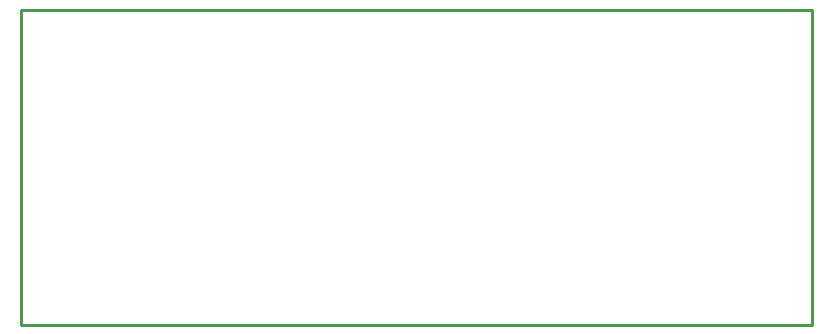
<source format=gko>
G04 EAGLE Gerber RS-274X export*
G75*
%MOMM*%
%FSLAX34Y34*%
%LPD*%
%INOutline*%
%IPPOS*%
%AMOC8*
5,1,8,0,0,1.08239X$1,22.5*%
G01*
%ADD10C,0.000000*%
%ADD11C,0.254000*%


D10*
X0Y63500D02*
X669800Y63500D01*
X669800Y330100D01*
X0Y330100D01*
X0Y63500D01*
D11*
X0Y63500D02*
X669800Y63500D01*
X669800Y330100D01*
X0Y330100D01*
X0Y63500D01*
M02*

</source>
